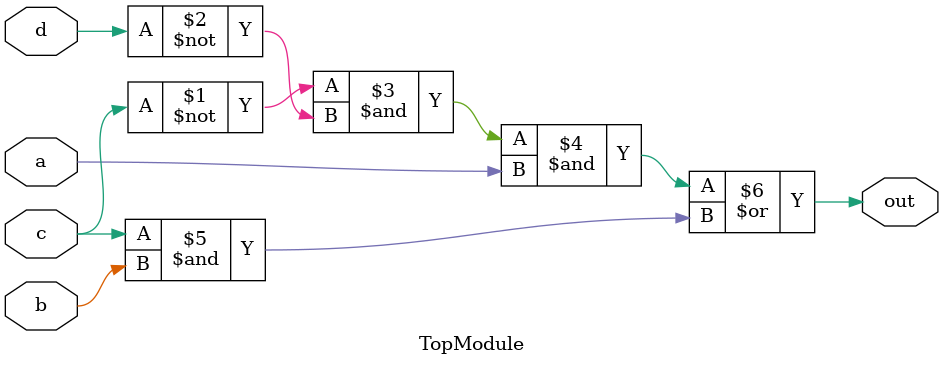
<source format=sv>
module TopModule (
    input logic a,
    input logic b,
    input logic c,
    input logic d,
    output logic out
);

    assign out = (~c & ~d & a) | (c & b);

endmodule
</source>
